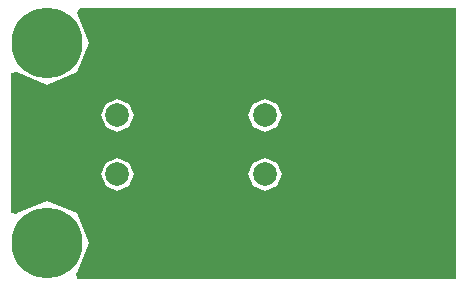
<source format=gbl>
%FSLAX25Y25*%
%MOIN*%
G70*
G01*
G75*
G04 Layer_Physical_Order=2*
G04 Layer_Color=16711680*
%ADD10R,0.02362X0.03150*%
%ADD11R,0.11811X0.03937*%
%ADD12R,0.11811X0.05906*%
%ADD13C,0.01000*%
%ADD14C,0.07874*%
%ADD15C,0.03937*%
%ADD16C,0.23622*%
G36*
X150149Y1820D02*
X23901D01*
X23517Y3750D01*
X23723Y3836D01*
X27842Y13780D01*
X23723Y23723D01*
X13780Y27842D01*
X3836Y23723D01*
X3750Y23517D01*
X1820Y23901D01*
Y70587D01*
X3750Y70971D01*
X3836Y70765D01*
X13780Y66646D01*
X23723Y70765D01*
X27842Y80709D01*
X23729Y90638D01*
X24823Y92275D01*
X150149D01*
Y1820D01*
D02*
G37*
%LPC*%
G36*
X86465Y42304D02*
X82547Y40681D01*
X80925Y36764D01*
X82547Y32847D01*
X86465Y31224D01*
X90382Y32847D01*
X92004Y36764D01*
X90382Y40681D01*
X86465Y42304D01*
D02*
G37*
G36*
X37252D02*
X33335Y40681D01*
X31712Y36764D01*
X33335Y32847D01*
X37252Y31224D01*
X41169Y32847D01*
X42792Y36764D01*
X41169Y40681D01*
X37252Y42304D01*
D02*
G37*
G36*
X86465Y61989D02*
X82547Y60366D01*
X80925Y56449D01*
X82547Y52532D01*
X86465Y50909D01*
X90382Y52532D01*
X92004Y56449D01*
X90382Y60366D01*
X86465Y61989D01*
D02*
G37*
G36*
X37252D02*
X33335Y60366D01*
X31712Y56449D01*
X33335Y52532D01*
X37252Y50909D01*
X41169Y52532D01*
X42792Y56449D01*
X41169Y60366D01*
X37252Y61989D01*
D02*
G37*
%LPD*%
D14*
Y56449D02*
D03*
X86465Y36764D02*
D03*
Y56449D02*
D03*
X37252Y36764D02*
D03*
D15*
X7516Y86972D02*
D03*
X20043D02*
D03*
X13780Y89567D02*
D03*
X4921Y80709D02*
D03*
X7516Y74445D02*
D03*
X13780Y71850D02*
D03*
X20043Y74445D02*
D03*
X22638Y80709D02*
D03*
X7516Y20043D02*
D03*
X20043D02*
D03*
X13780Y22638D02*
D03*
X4921Y13780D02*
D03*
X7516Y7516D02*
D03*
X13780Y4921D02*
D03*
X20043Y7516D02*
D03*
X22638Y13780D02*
D03*
D16*
X13780Y80709D02*
D03*
Y13780D02*
D03*
M02*

</source>
